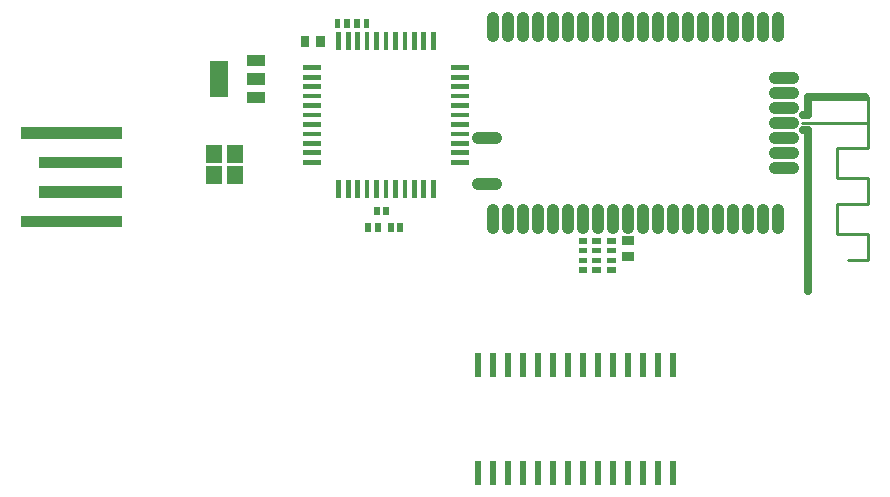
<source format=gbr>
G04 start of page 10 for group -4015 idx -4015 *
G04 Title: (unknown), toppaste *
G04 Creator: pcb 1.99z *
G04 CreationDate: Sun 16 Nov 2014 06:19:35 AM GMT UTC *
G04 For: commonadmin *
G04 Format: Gerber/RS-274X *
G04 PCB-Dimensions (mil): 4500.00 4500.00 *
G04 PCB-Coordinate-Origin: lower left *
%MOIN*%
%FSLAX25Y25*%
%LNTOPPASTE*%
%ADD140R,0.0610X0.0610*%
%ADD139R,0.0370X0.0370*%
%ADD138C,0.0400*%
%ADD137R,0.0200X0.0200*%
%ADD136C,0.0250*%
%ADD135C,0.0100*%
%ADD134R,0.0157X0.0157*%
%ADD133R,0.0394X0.0394*%
%ADD132R,0.0197X0.0197*%
%ADD131R,0.0295X0.0295*%
%ADD130R,0.0512X0.0512*%
G54D130*X67000Y327893D02*Y327107D01*
X74086Y327893D02*Y327107D01*
X67000Y320893D02*Y320107D01*
X74086Y320893D02*Y320107D01*
G54D131*X97352Y365492D02*Y364508D01*
X102470Y365492D02*Y364508D01*
G54D132*X121352Y308893D02*Y308107D01*
X124500Y308893D02*Y308107D01*
X126000Y303393D02*Y302607D01*
X129148Y303393D02*Y302607D01*
X121648Y303393D02*Y302607D01*
X118500Y303393D02*Y302607D01*
X108204Y371393D02*Y370607D01*
X111352Y371393D02*Y370607D01*
X117852Y371393D02*Y370607D01*
X114704Y371393D02*Y370607D01*
G54D133*X4736Y334528D02*X34264D01*
X10642Y324685D02*X34264D01*
X10642Y314843D02*X34264D01*
X4736Y305000D02*X34264D01*
G54D134*X97454Y356248D02*X101880D01*
X97454Y353099D02*X101880D01*
X97454Y349949D02*X101880D01*
X97454Y346800D02*X101880D01*
X97454Y343650D02*X101880D01*
X97454Y340500D02*X101880D01*
X97454Y337351D02*X101880D01*
X97454Y334201D02*X101880D01*
X97454Y331052D02*X101880D01*
X97454Y327902D02*X101880D01*
X97454Y324752D02*X101880D01*
X108604Y318028D02*Y313602D01*
X111753Y318028D02*Y313602D01*
X114903Y318028D02*Y313602D01*
X118052Y318028D02*Y313602D01*
X121202Y318028D02*Y313602D01*
X124352Y318028D02*Y313602D01*
X127501Y318028D02*Y313602D01*
X130651Y318028D02*Y313602D01*
X133800Y318028D02*Y313602D01*
X136950Y318028D02*Y313602D01*
X140100Y318028D02*Y313602D01*
X146824Y324752D02*X151250D01*
X146824Y327901D02*X151250D01*
X146824Y331051D02*X151250D01*
X146824Y334200D02*X151250D01*
X146824Y337350D02*X151250D01*
X146824Y340500D02*X151250D01*
X146824Y343649D02*X151250D01*
X146824Y346799D02*X151250D01*
X146824Y349948D02*X151250D01*
X146824Y353098D02*X151250D01*
X146824Y356248D02*X151250D01*
X140100Y367398D02*Y362972D01*
X136951Y367398D02*Y362972D01*
X133801Y367398D02*Y362972D01*
X130652Y367398D02*Y362972D01*
X127502Y367398D02*Y362972D01*
X124352Y367398D02*Y362972D01*
X121203Y367398D02*Y362972D01*
X118053Y367398D02*Y362972D01*
X114904Y367398D02*Y362972D01*
X111754Y367398D02*Y362972D01*
X108604Y367398D02*Y362972D01*
G54D131*X204508Y293441D02*X205492D01*
X204508Y298559D02*X205492D01*
G54D132*X189607Y298500D02*X190393D01*
X189607Y295352D02*X190393D01*
X194107Y298500D02*X194893D01*
X194107Y295352D02*X194893D01*
X199107Y298500D02*X199893D01*
X199107Y295352D02*X199893D01*
X189607Y292000D02*X190393D01*
X189607Y288852D02*X190393D01*
X194107Y292000D02*X194893D01*
X194107Y288852D02*X194893D01*
X199107Y292000D02*X199893D01*
X199107Y288852D02*X199893D01*
G54D135*X285000Y346500D02*Y329400D01*
X274600D02*X285000D01*
X274600D02*Y319500D01*
X285000D01*
Y310800D01*
X274600D02*X285000D01*
X274600D02*Y300900D01*
X285000D01*
Y292200D01*
X278500D02*X285000D01*
G54D136*X263500Y335500D02*X265000D01*
Y282000D01*
X263500Y340500D02*X265000D01*
G54D135*X263000Y338000D02*X285000D01*
G54D136*X265000Y346500D02*Y340500D01*
Y346500D02*X284000D01*
G54D137*X220016Y260122D02*Y254122D01*
X215016Y260122D02*Y254122D01*
X210016Y260122D02*Y254122D01*
X205016Y260122D02*Y254122D01*
X200016Y260122D02*Y254122D01*
X195016Y260122D02*Y254122D01*
X190016Y260122D02*Y254122D01*
X185016Y260122D02*Y254122D01*
X180016Y260122D02*Y254122D01*
X175016Y260122D02*Y254122D01*
X170016Y260122D02*Y254122D01*
X165016Y260122D02*Y254122D01*
X160016Y260122D02*Y254122D01*
X155016Y260122D02*Y254122D01*
Y224122D02*Y218122D01*
X160016Y224122D02*Y218122D01*
X165016Y224122D02*Y218122D01*
X170016Y224122D02*Y218122D01*
X175016Y224122D02*Y218122D01*
X180016Y224122D02*Y218122D01*
X185016Y224122D02*Y218122D01*
X190016Y224122D02*Y218122D01*
X195016Y224122D02*Y218122D01*
X200016Y224122D02*Y218122D01*
X205016Y224122D02*Y218122D01*
X210016Y224122D02*Y218122D01*
X215016Y224122D02*Y218122D01*
X220016Y224122D02*Y218122D01*
G54D138*X160000Y373000D02*Y367000D01*
X165000Y373000D02*Y367000D01*
X170000Y373000D02*Y367000D01*
X175000Y373000D02*Y367000D01*
X180000Y373000D02*Y367000D01*
X185000Y373000D02*Y367000D01*
X190000Y373000D02*Y367000D01*
X195000Y373000D02*Y367000D01*
X200000Y373000D02*Y367000D01*
X205000Y373000D02*Y367000D01*
X210000Y373000D02*Y367000D01*
X215000Y373000D02*Y367000D01*
X220000Y373000D02*Y367000D01*
X225000Y373000D02*Y367000D01*
X230000Y373000D02*Y367000D01*
X235000Y373000D02*Y367000D01*
X240000Y373000D02*Y367000D01*
X245000Y373000D02*Y367000D01*
X255000Y373000D02*Y367000D01*
X250000Y373000D02*Y367000D01*
X155000Y333000D02*X161000D01*
X155000Y317500D02*X161000D01*
X160000Y309000D02*Y303000D01*
X165000Y309000D02*Y303000D01*
X170000Y309000D02*Y303000D01*
X175000Y309000D02*Y303000D01*
X180000Y309000D02*Y303000D01*
X185000Y309000D02*Y303000D01*
X190000Y309000D02*Y303000D01*
X195000Y309000D02*Y303000D01*
X200000Y309000D02*Y303000D01*
X205000Y309000D02*Y303000D01*
X210000Y309000D02*Y303000D01*
X215000Y309000D02*Y303000D01*
X220000Y309000D02*Y303000D01*
X225000Y309000D02*Y303000D01*
X230000Y309000D02*Y303000D01*
X235000Y309000D02*Y303000D01*
X240000Y309000D02*Y303000D01*
X245000Y309000D02*Y303000D01*
X250000Y309000D02*Y303000D01*
X255000Y309000D02*Y303000D01*
X254000Y353000D02*X260000D01*
X254000Y348000D02*X260000D01*
X254000Y343000D02*X260000D01*
X254000Y338000D02*X260000D01*
X254000Y333000D02*X260000D01*
X254000Y328000D02*X260000D01*
X254000Y323000D02*X260000D01*
G54D139*X79800Y346400D02*X82200D01*
X79800Y352500D02*X82200D01*
X79800Y358600D02*X82200D01*
G54D140*X68800Y355500D02*Y349500D01*
M02*

</source>
